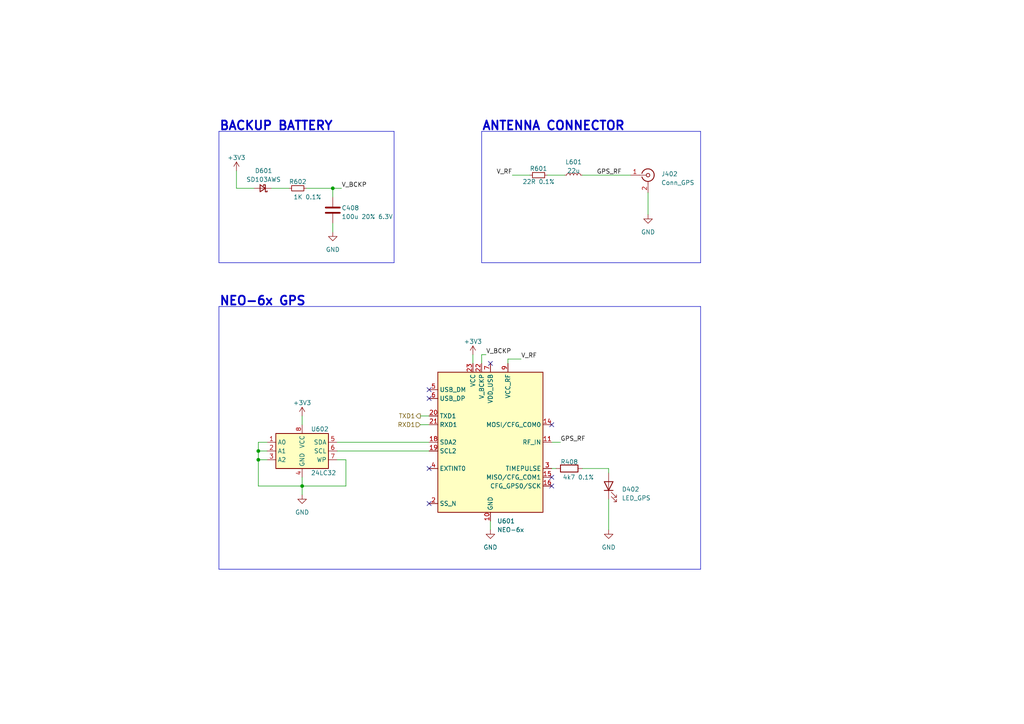
<source format=kicad_sch>
(kicad_sch (version 20230121) (generator eeschema)

  (uuid a0a32dae-83f8-4578-b117-781fe70ea6ce)

  (paper "A4")

  (title_block
    (title "GeoLock")
    (date "2023-06-28")
    (rev "1.1")
    (company "sudo-junkie")
  )

  (lib_symbols
    (symbol "Connector:Conn_Coaxial" (pin_names (offset 1.016) hide) (in_bom yes) (on_board yes)
      (property "Reference" "J" (at 0.254 3.048 0)
        (effects (font (size 1.27 1.27)))
      )
      (property "Value" "Conn_Coaxial" (at 2.921 0 90)
        (effects (font (size 1.27 1.27)))
      )
      (property "Footprint" "" (at 0 0 0)
        (effects (font (size 1.27 1.27)) hide)
      )
      (property "Datasheet" " ~" (at 0 0 0)
        (effects (font (size 1.27 1.27)) hide)
      )
      (property "ki_keywords" "BNC SMA SMB SMC LEMO coaxial connector CINCH RCA" (at 0 0 0)
        (effects (font (size 1.27 1.27)) hide)
      )
      (property "ki_description" "coaxial connector (BNC, SMA, SMB, SMC, Cinch/RCA, LEMO, ...)" (at 0 0 0)
        (effects (font (size 1.27 1.27)) hide)
      )
      (property "ki_fp_filters" "*BNC* *SMA* *SMB* *SMC* *Cinch* *LEMO*" (at 0 0 0)
        (effects (font (size 1.27 1.27)) hide)
      )
      (symbol "Conn_Coaxial_0_1"
        (arc (start -1.778 -0.508) (mid 0.2311 -1.8066) (end 1.778 0)
          (stroke (width 0.254) (type default))
          (fill (type none))
        )
        (polyline
          (pts
            (xy -2.54 0)
            (xy -0.508 0)
          )
          (stroke (width 0) (type default))
          (fill (type none))
        )
        (polyline
          (pts
            (xy 0 -2.54)
            (xy 0 -1.778)
          )
          (stroke (width 0) (type default))
          (fill (type none))
        )
        (circle (center 0 0) (radius 0.508)
          (stroke (width 0.2032) (type default))
          (fill (type none))
        )
        (arc (start 1.778 0) (mid 0.2099 1.8101) (end -1.778 0.508)
          (stroke (width 0.254) (type default))
          (fill (type none))
        )
      )
      (symbol "Conn_Coaxial_1_1"
        (pin passive line (at -5.08 0 0) (length 2.54)
          (name "In" (effects (font (size 1.27 1.27))))
          (number "1" (effects (font (size 1.27 1.27))))
        )
        (pin passive line (at 0 -5.08 90) (length 2.54)
          (name "Ext" (effects (font (size 1.27 1.27))))
          (number "2" (effects (font (size 1.27 1.27))))
        )
      )
    )
    (symbol "Device:C" (pin_numbers hide) (pin_names (offset 0.254)) (in_bom yes) (on_board yes)
      (property "Reference" "C" (at 0.635 2.54 0)
        (effects (font (size 1.27 1.27)) (justify left))
      )
      (property "Value" "C" (at 0.635 -2.54 0)
        (effects (font (size 1.27 1.27)) (justify left))
      )
      (property "Footprint" "" (at 0.9652 -3.81 0)
        (effects (font (size 1.27 1.27)) hide)
      )
      (property "Datasheet" "~" (at 0 0 0)
        (effects (font (size 1.27 1.27)) hide)
      )
      (property "ki_keywords" "cap capacitor" (at 0 0 0)
        (effects (font (size 1.27 1.27)) hide)
      )
      (property "ki_description" "Unpolarized capacitor" (at 0 0 0)
        (effects (font (size 1.27 1.27)) hide)
      )
      (property "ki_fp_filters" "C_*" (at 0 0 0)
        (effects (font (size 1.27 1.27)) hide)
      )
      (symbol "C_0_1"
        (polyline
          (pts
            (xy -2.032 -0.762)
            (xy 2.032 -0.762)
          )
          (stroke (width 0.508) (type default))
          (fill (type none))
        )
        (polyline
          (pts
            (xy -2.032 0.762)
            (xy 2.032 0.762)
          )
          (stroke (width 0.508) (type default))
          (fill (type none))
        )
      )
      (symbol "C_1_1"
        (pin passive line (at 0 3.81 270) (length 2.794)
          (name "~" (effects (font (size 1.27 1.27))))
          (number "1" (effects (font (size 1.27 1.27))))
        )
        (pin passive line (at 0 -3.81 90) (length 2.794)
          (name "~" (effects (font (size 1.27 1.27))))
          (number "2" (effects (font (size 1.27 1.27))))
        )
      )
    )
    (symbol "Device:D_Schottky_Small" (pin_numbers hide) (pin_names (offset 0.254) hide) (in_bom yes) (on_board yes)
      (property "Reference" "D" (at -1.27 2.032 0)
        (effects (font (size 1.27 1.27)) (justify left))
      )
      (property "Value" "D_Schottky_Small" (at -7.112 -2.032 0)
        (effects (font (size 1.27 1.27)) (justify left))
      )
      (property "Footprint" "" (at 0 0 90)
        (effects (font (size 1.27 1.27)) hide)
      )
      (property "Datasheet" "~" (at 0 0 90)
        (effects (font (size 1.27 1.27)) hide)
      )
      (property "ki_keywords" "diode Schottky" (at 0 0 0)
        (effects (font (size 1.27 1.27)) hide)
      )
      (property "ki_description" "Schottky diode, small symbol" (at 0 0 0)
        (effects (font (size 1.27 1.27)) hide)
      )
      (property "ki_fp_filters" "TO-???* *_Diode_* *SingleDiode* D_*" (at 0 0 0)
        (effects (font (size 1.27 1.27)) hide)
      )
      (symbol "D_Schottky_Small_0_1"
        (polyline
          (pts
            (xy -0.762 0)
            (xy 0.762 0)
          )
          (stroke (width 0) (type default))
          (fill (type none))
        )
        (polyline
          (pts
            (xy 0.762 -1.016)
            (xy -0.762 0)
            (xy 0.762 1.016)
            (xy 0.762 -1.016)
          )
          (stroke (width 0.254) (type default))
          (fill (type none))
        )
        (polyline
          (pts
            (xy -1.27 0.762)
            (xy -1.27 1.016)
            (xy -0.762 1.016)
            (xy -0.762 -1.016)
            (xy -0.254 -1.016)
            (xy -0.254 -0.762)
          )
          (stroke (width 0.254) (type default))
          (fill (type none))
        )
      )
      (symbol "D_Schottky_Small_1_1"
        (pin passive line (at -2.54 0 0) (length 1.778)
          (name "K" (effects (font (size 1.27 1.27))))
          (number "1" (effects (font (size 1.27 1.27))))
        )
        (pin passive line (at 2.54 0 180) (length 1.778)
          (name "A" (effects (font (size 1.27 1.27))))
          (number "2" (effects (font (size 1.27 1.27))))
        )
      )
    )
    (symbol "Device:LED" (pin_numbers hide) (pin_names (offset 1.016) hide) (in_bom yes) (on_board yes)
      (property "Reference" "D" (at 0 2.54 0)
        (effects (font (size 1.27 1.27)))
      )
      (property "Value" "LED" (at 0 -2.54 0)
        (effects (font (size 1.27 1.27)))
      )
      (property "Footprint" "" (at 0 0 0)
        (effects (font (size 1.27 1.27)) hide)
      )
      (property "Datasheet" "~" (at 0 0 0)
        (effects (font (size 1.27 1.27)) hide)
      )
      (property "ki_keywords" "LED diode" (at 0 0 0)
        (effects (font (size 1.27 1.27)) hide)
      )
      (property "ki_description" "Light emitting diode" (at 0 0 0)
        (effects (font (size 1.27 1.27)) hide)
      )
      (property "ki_fp_filters" "LED* LED_SMD:* LED_THT:*" (at 0 0 0)
        (effects (font (size 1.27 1.27)) hide)
      )
      (symbol "LED_0_1"
        (polyline
          (pts
            (xy -1.27 -1.27)
            (xy -1.27 1.27)
          )
          (stroke (width 0.254) (type default))
          (fill (type none))
        )
        (polyline
          (pts
            (xy -1.27 0)
            (xy 1.27 0)
          )
          (stroke (width 0) (type default))
          (fill (type none))
        )
        (polyline
          (pts
            (xy 1.27 -1.27)
            (xy 1.27 1.27)
            (xy -1.27 0)
            (xy 1.27 -1.27)
          )
          (stroke (width 0.254) (type default))
          (fill (type none))
        )
        (polyline
          (pts
            (xy -3.048 -0.762)
            (xy -4.572 -2.286)
            (xy -3.81 -2.286)
            (xy -4.572 -2.286)
            (xy -4.572 -1.524)
          )
          (stroke (width 0) (type default))
          (fill (type none))
        )
        (polyline
          (pts
            (xy -1.778 -0.762)
            (xy -3.302 -2.286)
            (xy -2.54 -2.286)
            (xy -3.302 -2.286)
            (xy -3.302 -1.524)
          )
          (stroke (width 0) (type default))
          (fill (type none))
        )
      )
      (symbol "LED_1_1"
        (pin passive line (at -3.81 0 0) (length 2.54)
          (name "K" (effects (font (size 1.27 1.27))))
          (number "1" (effects (font (size 1.27 1.27))))
        )
        (pin passive line (at 3.81 0 180) (length 2.54)
          (name "A" (effects (font (size 1.27 1.27))))
          (number "2" (effects (font (size 1.27 1.27))))
        )
      )
    )
    (symbol "Device:L_Small" (pin_numbers hide) (pin_names (offset 0.254) hide) (in_bom yes) (on_board yes)
      (property "Reference" "L" (at 0.762 1.016 0)
        (effects (font (size 1.27 1.27)) (justify left))
      )
      (property "Value" "L_Small" (at 0.762 -1.016 0)
        (effects (font (size 1.27 1.27)) (justify left))
      )
      (property "Footprint" "" (at 0 0 0)
        (effects (font (size 1.27 1.27)) hide)
      )
      (property "Datasheet" "~" (at 0 0 0)
        (effects (font (size 1.27 1.27)) hide)
      )
      (property "ki_keywords" "inductor choke coil reactor magnetic" (at 0 0 0)
        (effects (font (size 1.27 1.27)) hide)
      )
      (property "ki_description" "Inductor, small symbol" (at 0 0 0)
        (effects (font (size 1.27 1.27)) hide)
      )
      (property "ki_fp_filters" "Choke_* *Coil* Inductor_* L_*" (at 0 0 0)
        (effects (font (size 1.27 1.27)) hide)
      )
      (symbol "L_Small_0_1"
        (arc (start 0 -2.032) (mid 0.5058 -1.524) (end 0 -1.016)
          (stroke (width 0) (type default))
          (fill (type none))
        )
        (arc (start 0 -1.016) (mid 0.5058 -0.508) (end 0 0)
          (stroke (width 0) (type default))
          (fill (type none))
        )
        (arc (start 0 0) (mid 0.5058 0.508) (end 0 1.016)
          (stroke (width 0) (type default))
          (fill (type none))
        )
        (arc (start 0 1.016) (mid 0.5058 1.524) (end 0 2.032)
          (stroke (width 0) (type default))
          (fill (type none))
        )
      )
      (symbol "L_Small_1_1"
        (pin passive line (at 0 2.54 270) (length 0.508)
          (name "~" (effects (font (size 1.27 1.27))))
          (number "1" (effects (font (size 1.27 1.27))))
        )
        (pin passive line (at 0 -2.54 90) (length 0.508)
          (name "~" (effects (font (size 1.27 1.27))))
          (number "2" (effects (font (size 1.27 1.27))))
        )
      )
    )
    (symbol "Device:R" (pin_numbers hide) (pin_names (offset 0)) (in_bom yes) (on_board yes)
      (property "Reference" "R" (at 2.032 0 90)
        (effects (font (size 1.27 1.27)))
      )
      (property "Value" "R" (at 0 0 90)
        (effects (font (size 1.27 1.27)))
      )
      (property "Footprint" "" (at -1.778 0 90)
        (effects (font (size 1.27 1.27)) hide)
      )
      (property "Datasheet" "~" (at 0 0 0)
        (effects (font (size 1.27 1.27)) hide)
      )
      (property "ki_keywords" "R res resistor" (at 0 0 0)
        (effects (font (size 1.27 1.27)) hide)
      )
      (property "ki_description" "Resistor" (at 0 0 0)
        (effects (font (size 1.27 1.27)) hide)
      )
      (property "ki_fp_filters" "R_*" (at 0 0 0)
        (effects (font (size 1.27 1.27)) hide)
      )
      (symbol "R_0_1"
        (rectangle (start -1.016 -2.54) (end 1.016 2.54)
          (stroke (width 0.254) (type default))
          (fill (type none))
        )
      )
      (symbol "R_1_1"
        (pin passive line (at 0 3.81 270) (length 1.27)
          (name "~" (effects (font (size 1.27 1.27))))
          (number "1" (effects (font (size 1.27 1.27))))
        )
        (pin passive line (at 0 -3.81 90) (length 1.27)
          (name "~" (effects (font (size 1.27 1.27))))
          (number "2" (effects (font (size 1.27 1.27))))
        )
      )
    )
    (symbol "Device:R_Small" (pin_numbers hide) (pin_names (offset 0.254) hide) (in_bom yes) (on_board yes)
      (property "Reference" "R" (at 0.762 0.508 0)
        (effects (font (size 1.27 1.27)) (justify left))
      )
      (property "Value" "R_Small" (at 0.762 -1.016 0)
        (effects (font (size 1.27 1.27)) (justify left))
      )
      (property "Footprint" "" (at 0 0 0)
        (effects (font (size 1.27 1.27)) hide)
      )
      (property "Datasheet" "~" (at 0 0 0)
        (effects (font (size 1.27 1.27)) hide)
      )
      (property "ki_keywords" "R resistor" (at 0 0 0)
        (effects (font (size 1.27 1.27)) hide)
      )
      (property "ki_description" "Resistor, small symbol" (at 0 0 0)
        (effects (font (size 1.27 1.27)) hide)
      )
      (property "ki_fp_filters" "R_*" (at 0 0 0)
        (effects (font (size 1.27 1.27)) hide)
      )
      (symbol "R_Small_0_1"
        (rectangle (start -0.762 1.778) (end 0.762 -1.778)
          (stroke (width 0.2032) (type default))
          (fill (type none))
        )
      )
      (symbol "R_Small_1_1"
        (pin passive line (at 0 2.54 270) (length 0.762)
          (name "~" (effects (font (size 1.27 1.27))))
          (number "1" (effects (font (size 1.27 1.27))))
        )
        (pin passive line (at 0 -2.54 90) (length 0.762)
          (name "~" (effects (font (size 1.27 1.27))))
          (number "2" (effects (font (size 1.27 1.27))))
        )
      )
    )
    (symbol "Memory_EEPROM:24LC32" (in_bom yes) (on_board yes)
      (property "Reference" "U" (at -6.35 6.35 0)
        (effects (font (size 1.27 1.27)))
      )
      (property "Value" "24LC32" (at 1.27 6.35 0)
        (effects (font (size 1.27 1.27)) (justify left))
      )
      (property "Footprint" "" (at 0 0 0)
        (effects (font (size 1.27 1.27)) hide)
      )
      (property "Datasheet" "http://ww1.microchip.com/downloads/en/DeviceDoc/21072G.pdf" (at 0 0 0)
        (effects (font (size 1.27 1.27)) hide)
      )
      (property "ki_keywords" "I2C Serial EEPROM" (at 0 0 0)
        (effects (font (size 1.27 1.27)) hide)
      )
      (property "ki_description" "I2C Serial EEPROM, 32Kb, DIP-8/SOIC-8/TSSOP-8/DFN-8" (at 0 0 0)
        (effects (font (size 1.27 1.27)) hide)
      )
      (property "ki_fp_filters" "DIP*W7.62mm* SOIC*3.9x4.9mm* TSSOP*4.4x3mm*P0.65mm* DFN*3x2mm*P0.5mm*" (at 0 0 0)
        (effects (font (size 1.27 1.27)) hide)
      )
      (symbol "24LC32_1_1"
        (rectangle (start -7.62 5.08) (end 7.62 -5.08)
          (stroke (width 0.254) (type default))
          (fill (type background))
        )
        (pin input line (at -10.16 2.54 0) (length 2.54)
          (name "A0" (effects (font (size 1.27 1.27))))
          (number "1" (effects (font (size 1.27 1.27))))
        )
        (pin input line (at -10.16 0 0) (length 2.54)
          (name "A1" (effects (font (size 1.27 1.27))))
          (number "2" (effects (font (size 1.27 1.27))))
        )
        (pin input line (at -10.16 -2.54 0) (length 2.54)
          (name "A2" (effects (font (size 1.27 1.27))))
          (number "3" (effects (font (size 1.27 1.27))))
        )
        (pin power_in line (at 0 -7.62 90) (length 2.54)
          (name "GND" (effects (font (size 1.27 1.27))))
          (number "4" (effects (font (size 1.27 1.27))))
        )
        (pin bidirectional line (at 10.16 2.54 180) (length 2.54)
          (name "SDA" (effects (font (size 1.27 1.27))))
          (number "5" (effects (font (size 1.27 1.27))))
        )
        (pin input line (at 10.16 0 180) (length 2.54)
          (name "SCL" (effects (font (size 1.27 1.27))))
          (number "6" (effects (font (size 1.27 1.27))))
        )
        (pin input line (at 10.16 -2.54 180) (length 2.54)
          (name "WP" (effects (font (size 1.27 1.27))))
          (number "7" (effects (font (size 1.27 1.27))))
        )
        (pin power_in line (at 0 7.62 270) (length 2.54)
          (name "VCC" (effects (font (size 1.27 1.27))))
          (number "8" (effects (font (size 1.27 1.27))))
        )
      )
    )
    (symbol "My_RF_GPS:NEO-6x" (in_bom yes) (on_board yes)
      (property "Reference" "U" (at 8.89 21.59 0)
        (effects (font (size 1.27 1.27)))
      )
      (property "Value" "NEO-6x" (at 0 0 0)
        (effects (font (size 1.27 1.27)))
      )
      (property "Footprint" "RF_GPS:ublox_NEO" (at 0 0 0)
        (effects (font (size 1.27 1.27)) hide)
      )
      (property "Datasheet" "" (at 0 0 0)
        (effects (font (size 1.27 1.27)) hide)
      )
      (symbol "NEO-6x_0_1"
        (rectangle (start -15.24 20.32) (end 15.24 -20.32)
          (stroke (width 0.254) (type default))
          (fill (type background))
        )
      )
      (symbol "NEO-6x_1_1"
        (pin no_connect line (at -15.24 -12.7 0) (length 2.54) hide
          (name "Reserved" (effects (font (size 1.27 1.27))))
          (number "1" (effects (font (size 1.27 1.27))))
        )
        (pin passive line (at 0 -22.86 90) (length 2.54)
          (name "GND" (effects (font (size 1.27 1.27))))
          (number "10" (effects (font (size 1.27 1.27))))
        )
        (pin input line (at 17.78 0 180) (length 2.54)
          (name "RF_IN" (effects (font (size 1.27 1.27))))
          (number "11" (effects (font (size 1.27 1.27))))
        )
        (pin passive line (at 0 -22.86 90) (length 2.54) hide
          (name "GND" (effects (font (size 1.27 1.27))))
          (number "12" (effects (font (size 1.27 1.27))))
        )
        (pin passive line (at 0 -22.86 90) (length 2.54) hide
          (name "GND" (effects (font (size 1.27 1.27))))
          (number "13" (effects (font (size 1.27 1.27))))
        )
        (pin bidirectional line (at 17.78 5.08 180) (length 2.54)
          (name "MOSI/CFG_COM0" (effects (font (size 1.27 1.27))))
          (number "14" (effects (font (size 1.27 1.27))))
        )
        (pin input line (at 17.78 -10.16 180) (length 2.54)
          (name "MISO/CFG_COM1" (effects (font (size 1.27 1.27))))
          (number "15" (effects (font (size 1.27 1.27))))
        )
        (pin input line (at 17.78 -12.7 180) (length 2.54)
          (name "CFG_GPS0/SCK" (effects (font (size 1.27 1.27))))
          (number "16" (effects (font (size 1.27 1.27))))
        )
        (pin no_connect line (at 15.24 -17.78 180) (length 2.54) hide
          (name "Reserved" (effects (font (size 1.27 1.27))))
          (number "17" (effects (font (size 1.27 1.27))))
        )
        (pin bidirectional line (at -17.78 0 0) (length 2.54)
          (name "SDA2" (effects (font (size 1.27 1.27))))
          (number "18" (effects (font (size 1.27 1.27))))
        )
        (pin bidirectional line (at -17.78 -2.54 0) (length 2.54)
          (name "SCL2" (effects (font (size 1.27 1.27))))
          (number "19" (effects (font (size 1.27 1.27))))
        )
        (pin input line (at -17.78 -17.78 0) (length 2.54)
          (name "SS_N" (effects (font (size 1.27 1.27))))
          (number "2" (effects (font (size 1.27 1.27))))
        )
        (pin output line (at -17.78 7.62 0) (length 2.54)
          (name "TXD1" (effects (font (size 1.27 1.27))))
          (number "20" (effects (font (size 1.27 1.27))))
        )
        (pin input line (at -17.78 5.08 0) (length 2.54)
          (name "RXD1" (effects (font (size 1.27 1.27))))
          (number "21" (effects (font (size 1.27 1.27))))
        )
        (pin passive line (at -2.54 22.86 270) (length 2.54)
          (name "V_BCKP" (effects (font (size 1.27 1.27))))
          (number "22" (effects (font (size 1.27 1.27))))
        )
        (pin passive line (at -5.08 22.86 270) (length 2.54)
          (name "VCC" (effects (font (size 1.27 1.27))))
          (number "23" (effects (font (size 1.27 1.27))))
        )
        (pin passive line (at 0 -22.86 90) (length 2.54) hide
          (name "GND" (effects (font (size 1.27 1.27))))
          (number "24" (effects (font (size 1.27 1.27))))
        )
        (pin output line (at 17.78 -7.62 180) (length 2.54)
          (name "TIMEPULSE" (effects (font (size 1.27 1.27))))
          (number "3" (effects (font (size 1.27 1.27))))
        )
        (pin input line (at -17.78 -7.62 0) (length 2.54)
          (name "EXTINT0" (effects (font (size 1.27 1.27))))
          (number "4" (effects (font (size 1.27 1.27))))
        )
        (pin bidirectional line (at -17.78 15.24 0) (length 2.54)
          (name "USB_DM" (effects (font (size 1.27 1.27))))
          (number "5" (effects (font (size 1.27 1.27))))
        )
        (pin bidirectional line (at -17.78 12.7 0) (length 2.54)
          (name "USB_DP" (effects (font (size 1.27 1.27))))
          (number "6" (effects (font (size 1.27 1.27))))
        )
        (pin passive line (at 0 22.86 270) (length 2.54)
          (name "VDD_USB" (effects (font (size 1.27 1.27))))
          (number "7" (effects (font (size 1.27 1.27))))
        )
        (pin passive line (at 5.08 22.86 270) (length 2.54) hide
          (name "VCC_RF" (effects (font (size 1.27 1.27))))
          (number "8" (effects (font (size 1.27 1.27))))
        )
        (pin passive line (at 5.08 22.86 270) (length 2.54)
          (name "VCC_RF" (effects (font (size 1.27 1.27))))
          (number "9" (effects (font (size 1.27 1.27))))
        )
      )
    )
    (symbol "power:+3V3" (power) (pin_names (offset 0)) (in_bom yes) (on_board yes)
      (property "Reference" "#PWR" (at 0 -3.81 0)
        (effects (font (size 1.27 1.27)) hide)
      )
      (property "Value" "+3V3" (at 0 3.556 0)
        (effects (font (size 1.27 1.27)))
      )
      (property "Footprint" "" (at 0 0 0)
        (effects (font (size 1.27 1.27)) hide)
      )
      (property "Datasheet" "" (at 0 0 0)
        (effects (font (size 1.27 1.27)) hide)
      )
      (property "ki_keywords" "global power" (at 0 0 0)
        (effects (font (size 1.27 1.27)) hide)
      )
      (property "ki_description" "Power symbol creates a global label with name \"+3V3\"" (at 0 0 0)
        (effects (font (size 1.27 1.27)) hide)
      )
      (symbol "+3V3_0_1"
        (polyline
          (pts
            (xy -0.762 1.27)
            (xy 0 2.54)
          )
          (stroke (width 0) (type default))
          (fill (type none))
        )
        (polyline
          (pts
            (xy 0 0)
            (xy 0 2.54)
          )
          (stroke (width 0) (type default))
          (fill (type none))
        )
        (polyline
          (pts
            (xy 0 2.54)
            (xy 0.762 1.27)
          )
          (stroke (width 0) (type default))
          (fill (type none))
        )
      )
      (symbol "+3V3_1_1"
        (pin power_in line (at 0 0 90) (length 0) hide
          (name "+3V3" (effects (font (size 1.27 1.27))))
          (number "1" (effects (font (size 1.27 1.27))))
        )
      )
    )
    (symbol "power:GND" (power) (pin_names (offset 0)) (in_bom yes) (on_board yes)
      (property "Reference" "#PWR" (at 0 -6.35 0)
        (effects (font (size 1.27 1.27)) hide)
      )
      (property "Value" "GND" (at 0 -3.81 0)
        (effects (font (size 1.27 1.27)))
      )
      (property "Footprint" "" (at 0 0 0)
        (effects (font (size 1.27 1.27)) hide)
      )
      (property "Datasheet" "" (at 0 0 0)
        (effects (font (size 1.27 1.27)) hide)
      )
      (property "ki_keywords" "global power" (at 0 0 0)
        (effects (font (size 1.27 1.27)) hide)
      )
      (property "ki_description" "Power symbol creates a global label with name \"GND\" , ground" (at 0 0 0)
        (effects (font (size 1.27 1.27)) hide)
      )
      (symbol "GND_0_1"
        (polyline
          (pts
            (xy 0 0)
            (xy 0 -1.27)
            (xy 1.27 -1.27)
            (xy 0 -2.54)
            (xy -1.27 -1.27)
            (xy 0 -1.27)
          )
          (stroke (width 0) (type default))
          (fill (type none))
        )
      )
      (symbol "GND_1_1"
        (pin power_in line (at 0 0 270) (length 0) hide
          (name "GND" (effects (font (size 1.27 1.27))))
          (number "1" (effects (font (size 1.27 1.27))))
        )
      )
    )
  )

  (junction (at 74.93 133.35) (diameter 0) (color 0 0 0 0)
    (uuid 9fc2927b-e581-413c-908b-411846eefb7e)
  )
  (junction (at 87.63 140.97) (diameter 0) (color 0 0 0 0)
    (uuid a00b2ab0-d46a-4f40-9b77-78b5578db829)
  )
  (junction (at 96.52 54.61) (diameter 0) (color 0 0 0 0)
    (uuid da86cd45-8c96-4cf6-bea2-2d38f3604cea)
  )
  (junction (at 74.93 130.81) (diameter 0) (color 0 0 0 0)
    (uuid dc9723a9-71b3-4e39-b094-27ae40c3d3ff)
  )

  (no_connect (at 142.24 105.41) (uuid 0eb7b533-99d0-46a5-b7b1-b95f4f8a2b54))
  (no_connect (at 160.02 123.19) (uuid 2db2dded-fa8a-4d82-b1e2-844ce7aee771))
  (no_connect (at 124.46 115.57) (uuid 3d08c60d-7b5d-437c-9f56-77f3d8e922e6))
  (no_connect (at 160.02 138.43) (uuid 55bf24dd-99fe-4263-8d63-82f23a080a8e))
  (no_connect (at 124.46 135.89) (uuid 5893bd56-32bc-43db-9726-71eba788f1f0))
  (no_connect (at 124.46 146.05) (uuid 5a493df5-9675-424d-8622-723407b97f20))
  (no_connect (at 160.02 140.97) (uuid 97622274-05fe-4a17-98cb-6330282143ae))
  (no_connect (at 124.46 113.03) (uuid aef93df7-d8a3-4ea8-804f-6e43aa9340f1))

  (wire (pts (xy 96.52 54.61) (xy 96.52 57.15))
    (stroke (width 0) (type default))
    (uuid 09426322-8fae-42d4-9c2b-22e462858a4a)
  )
  (polyline (pts (xy 203.2 76.2) (xy 139.7 76.2))
    (stroke (width 0) (type default))
    (uuid 0dc113c9-3517-49a6-8ba8-7d5e1cecce3d)
  )
  (polyline (pts (xy 63.5 76.2) (xy 63.5 38.1))
    (stroke (width 0) (type default))
    (uuid 0f4780f1-0713-4c07-a43f-de5186ef9845)
  )

  (wire (pts (xy 74.93 133.35) (xy 74.93 140.97))
    (stroke (width 0) (type default))
    (uuid 0fa1fb9d-de98-480e-96ad-1fbd1a233f9c)
  )
  (wire (pts (xy 73.66 54.61) (xy 68.58 54.61))
    (stroke (width 0) (type default))
    (uuid 20ac7f3c-57d7-4a3b-917d-30b7f4cb3254)
  )
  (wire (pts (xy 74.93 140.97) (xy 87.63 140.97))
    (stroke (width 0) (type default))
    (uuid 2383ba7f-d1f4-40df-8e2f-b454c02ef918)
  )
  (wire (pts (xy 187.96 55.88) (xy 187.96 62.23))
    (stroke (width 0) (type default))
    (uuid 2899bd26-8422-4e64-9ff5-0ed87d27176f)
  )
  (polyline (pts (xy 139.7 38.1) (xy 203.2 38.1))
    (stroke (width 0) (type default))
    (uuid 28dbac3d-7eed-4519-a33a-138c18145036)
  )

  (wire (pts (xy 74.93 130.81) (xy 77.47 130.81))
    (stroke (width 0) (type default))
    (uuid 2aceb5f0-5192-4284-977d-cebc19d3d603)
  )
  (wire (pts (xy 96.52 67.31) (xy 96.52 64.77))
    (stroke (width 0) (type default))
    (uuid 36fb8b5d-8c42-4bd8-a865-2663de886849)
  )
  (polyline (pts (xy 203.2 38.1) (xy 203.2 76.2))
    (stroke (width 0) (type default))
    (uuid 3988c9dc-7590-4d89-b056-3e9e935f5787)
  )
  (polyline (pts (xy 63.5 165.1) (xy 63.5 88.9))
    (stroke (width 0) (type default))
    (uuid 4cc98007-0bb5-4e4a-98f0-08851e4b54ba)
  )
  (polyline (pts (xy 139.7 76.2) (xy 139.7 38.1))
    (stroke (width 0) (type default))
    (uuid 50ed00c4-4a39-4dd4-922e-f86e7569fa33)
  )

  (wire (pts (xy 140.97 102.87) (xy 139.7 102.87))
    (stroke (width 0) (type default))
    (uuid 5254fdf2-14b2-402e-b17b-197e3a6ee3ef)
  )
  (wire (pts (xy 74.93 128.27) (xy 74.93 130.81))
    (stroke (width 0) (type default))
    (uuid 54c0b9ec-317d-4301-8f9e-b92c648941d9)
  )
  (wire (pts (xy 121.92 123.19) (xy 124.46 123.19))
    (stroke (width 0) (type default))
    (uuid 55741b0b-4cac-4e4f-a96c-cc02265dd3d4)
  )
  (wire (pts (xy 97.79 130.81) (xy 124.46 130.81))
    (stroke (width 0) (type default))
    (uuid 57f777e0-cfb7-4a7a-aee6-27b8f9616460)
  )
  (wire (pts (xy 160.02 128.27) (xy 162.56 128.27))
    (stroke (width 0) (type default))
    (uuid 5a619e81-7ddf-4bba-8fae-f1a231a85cc1)
  )
  (wire (pts (xy 99.06 54.61) (xy 96.52 54.61))
    (stroke (width 0) (type default))
    (uuid 5ab70617-1f72-408a-bf6b-f7b22601142a)
  )
  (wire (pts (xy 121.92 120.65) (xy 124.46 120.65))
    (stroke (width 0) (type default))
    (uuid 66296597-64e0-460d-b878-d41cedd81ed8)
  )
  (wire (pts (xy 168.91 50.8) (xy 182.88 50.8))
    (stroke (width 0) (type default))
    (uuid 6bd82391-9271-4cbb-9473-258de5928744)
  )
  (wire (pts (xy 160.02 135.89) (xy 161.29 135.89))
    (stroke (width 0) (type default))
    (uuid 6c917d9d-4cf5-46b0-b1ad-dea4a46d9239)
  )
  (wire (pts (xy 137.16 102.87) (xy 137.16 105.41))
    (stroke (width 0) (type default))
    (uuid 7144520a-9412-4e94-897a-a1988b0eb3c1)
  )
  (wire (pts (xy 87.63 140.97) (xy 87.63 138.43))
    (stroke (width 0) (type default))
    (uuid 72285dd7-6b33-4fdd-afe2-063c1e6e51dc)
  )
  (wire (pts (xy 68.58 49.53) (xy 68.58 54.61))
    (stroke (width 0) (type default))
    (uuid 7387c75c-833b-4a3f-9103-ad04ed9c5854)
  )
  (wire (pts (xy 168.91 135.89) (xy 176.53 135.89))
    (stroke (width 0) (type default))
    (uuid 7832045b-df28-4f42-8844-8bb22ac9e8a1)
  )
  (wire (pts (xy 100.33 133.35) (xy 100.33 140.97))
    (stroke (width 0) (type default))
    (uuid 79284ee1-fe67-4f71-bee3-d262800470f5)
  )
  (wire (pts (xy 100.33 140.97) (xy 87.63 140.97))
    (stroke (width 0) (type default))
    (uuid 7be60f15-fd0f-4196-af9b-74d1c67e4ba1)
  )
  (wire (pts (xy 176.53 137.16) (xy 176.53 135.89))
    (stroke (width 0) (type default))
    (uuid 8112940f-33e1-4fa0-9f17-5be8c388ce2e)
  )
  (wire (pts (xy 176.53 144.78) (xy 176.53 153.67))
    (stroke (width 0) (type default))
    (uuid 83b54c54-9abc-471f-8485-323e500013a9)
  )
  (polyline (pts (xy 63.5 88.9) (xy 203.2 88.9))
    (stroke (width 0) (type default))
    (uuid 880b5581-383f-49e3-b354-dc668099f043)
  )
  (polyline (pts (xy 63.5 38.1) (xy 114.3 38.1))
    (stroke (width 0) (type default))
    (uuid 88c06ebb-0c1b-4069-bf20-a79e7295d573)
  )
  (polyline (pts (xy 114.3 76.2) (xy 63.5 76.2))
    (stroke (width 0) (type default))
    (uuid 8a2136f3-478f-4731-ae37-9a99fe5cf538)
  )

  (wire (pts (xy 97.79 128.27) (xy 124.46 128.27))
    (stroke (width 0) (type default))
    (uuid 9b663a6c-de80-4374-8589-c6bf368292d9)
  )
  (wire (pts (xy 139.7 102.87) (xy 139.7 105.41))
    (stroke (width 0) (type default))
    (uuid 9d2f79ff-2fa9-45e5-8be8-de2949236e20)
  )
  (wire (pts (xy 147.32 104.14) (xy 151.13 104.14))
    (stroke (width 0) (type default))
    (uuid a093853b-27db-43f2-94a9-41c6b1c305f2)
  )
  (polyline (pts (xy 203.2 165.1) (xy 63.5 165.1))
    (stroke (width 0) (type default))
    (uuid a8878fc3-6588-43ca-ad02-5dd83b5e61f9)
  )

  (wire (pts (xy 87.63 140.97) (xy 87.63 143.51))
    (stroke (width 0) (type default))
    (uuid a9f95a7c-b1c8-4b15-a4e7-08d684a5371b)
  )
  (wire (pts (xy 78.74 54.61) (xy 83.82 54.61))
    (stroke (width 0) (type default))
    (uuid ad14b8f0-768f-4be6-9f80-313b7d619e69)
  )
  (wire (pts (xy 87.63 120.65) (xy 87.63 123.19))
    (stroke (width 0) (type default))
    (uuid b048813d-d715-4634-a276-999054bd82c5)
  )
  (wire (pts (xy 88.9 54.61) (xy 96.52 54.61))
    (stroke (width 0) (type default))
    (uuid b1b701c7-b61f-4e65-81bf-2826bb4708f8)
  )
  (wire (pts (xy 158.75 50.8) (xy 163.83 50.8))
    (stroke (width 0) (type default))
    (uuid b4889dc5-467a-4ece-8025-99690d6d7c7a)
  )
  (wire (pts (xy 77.47 128.27) (xy 74.93 128.27))
    (stroke (width 0) (type default))
    (uuid b8ac6e99-d18e-4606-916e-15721e83810d)
  )
  (wire (pts (xy 100.33 133.35) (xy 97.79 133.35))
    (stroke (width 0) (type default))
    (uuid c0a3888e-5c53-4b1f-8bbf-0dc3da1c3d52)
  )
  (polyline (pts (xy 114.3 38.1) (xy 114.3 76.2))
    (stroke (width 0) (type default))
    (uuid c2f5745f-ef85-4141-bb58-3dd3cd7c4b26)
  )

  (wire (pts (xy 147.32 104.14) (xy 147.32 105.41))
    (stroke (width 0) (type default))
    (uuid c5eb1b59-96ae-49c5-b80d-af028ed13d9c)
  )
  (wire (pts (xy 142.24 151.13) (xy 142.24 153.67))
    (stroke (width 0) (type default))
    (uuid ca3e4c85-b017-4bec-a173-ad9b1361a520)
  )
  (wire (pts (xy 74.93 130.81) (xy 74.93 133.35))
    (stroke (width 0) (type default))
    (uuid cf318693-19fa-4687-af4c-a5268a81d5bc)
  )
  (wire (pts (xy 148.59 50.8) (xy 153.67 50.8))
    (stroke (width 0) (type default))
    (uuid e2957de8-6b0f-4ab9-b1be-c20797a50083)
  )
  (polyline (pts (xy 203.2 88.9) (xy 203.2 165.1))
    (stroke (width 0) (type default))
    (uuid e5ffe231-6bec-44e7-bc54-9ce3a3c40001)
  )

  (wire (pts (xy 74.93 133.35) (xy 77.47 133.35))
    (stroke (width 0) (type default))
    (uuid ea84d964-4cc0-46af-b1ff-89d1362d9920)
  )

  (text "NEO-6x GPS" (at 63.5 88.9 0)
    (effects (font (size 2.54 2.54) (thickness 0.508) bold) (justify left bottom))
    (uuid 15a776c4-7aaf-4471-a960-4cb873d435a2)
  )
  (text "ANTENNA CONNECTOR" (at 139.7 38.1 0)
    (effects (font (size 2.54 2.54) (thickness 0.508) bold) (justify left bottom))
    (uuid 6a4a1a01-902f-498d-a71f-660317716b61)
  )
  (text "BACKUP BATTERY" (at 63.5 38.1 0)
    (effects (font (size 2.54 2.54) (thickness 0.508) bold) (justify left bottom))
    (uuid cb79f491-9007-43a2-9ee9-b69ac840f61e)
  )

  (label "GPS_RF" (at 180.34 50.8 180) (fields_autoplaced)
    (effects (font (size 1.27 1.27)) (justify right bottom))
    (uuid a2c3275c-b551-4af0-ad63-92d912253e12)
  )
  (label "V_RF" (at 148.59 50.8 180) (fields_autoplaced)
    (effects (font (size 1.27 1.27)) (justify right bottom))
    (uuid b030802e-eda4-4ae2-99e5-0451d4a7dbc1)
  )
  (label "V_BCKP" (at 140.97 102.87 0) (fields_autoplaced)
    (effects (font (size 1.27 1.27)) (justify left bottom))
    (uuid be65334b-4901-45d8-9a7e-bb44a12736e7)
  )
  (label "V_BCKP" (at 99.06 54.61 0) (fields_autoplaced)
    (effects (font (size 1.27 1.27)) (justify left bottom))
    (uuid c0bd3ef2-1448-46c7-b65f-150b4f8ed56a)
  )
  (label "GPS_RF" (at 162.56 128.27 0) (fields_autoplaced)
    (effects (font (size 1.27 1.27)) (justify left bottom))
    (uuid d2df6a9a-e540-4290-b7b3-624d5449a69c)
  )
  (label "V_RF" (at 151.13 104.14 0) (fields_autoplaced)
    (effects (font (size 1.27 1.27)) (justify left bottom))
    (uuid f7bee55f-13a3-4fbf-b936-c7cfe926425f)
  )

  (hierarchical_label "TXD1" (shape output) (at 121.92 120.65 180) (fields_autoplaced)
    (effects (font (size 1.27 1.27)) (justify right))
    (uuid 83935ed2-9bcc-4ade-a3e1-3647a7001c06)
  )
  (hierarchical_label "RXD1" (shape input) (at 121.92 123.19 180) (fields_autoplaced)
    (effects (font (size 1.27 1.27)) (justify right))
    (uuid d0674de5-0f05-407c-8011-6f7d993c3c95)
  )

  (symbol (lib_id "Device:R_Small") (at 86.36 54.61 90) (unit 1)
    (in_bom yes) (on_board yes) (dnp no)
    (uuid 00de58a6-da6b-477d-82c0-acbf6a37e415)
    (property "Reference" "R602" (at 83.82 52.705 90)
      (effects (font (size 1.27 1.27)) (justify right))
    )
    (property "Value" "1K 0.1%" (at 85.09 57.15 90)
      (effects (font (size 1.27 1.27)) (justify right))
    )
    (property "Footprint" "Resistor_SMD:R_0402_1005Metric" (at 86.36 54.61 0)
      (effects (font (size 1.27 1.27)) hide)
    )
    (property "Datasheet" "~" (at 86.36 54.61 0)
      (effects (font (size 1.27 1.27)) hide)
    )
    (property "LCSC PART#" "C2984405" (at 86.36 54.61 0)
      (effects (font (size 1.27 1.27)) hide)
    )
    (property "VENDOR" "LCSC" (at 86.36 54.61 0)
      (effects (font (size 1.27 1.27)) hide)
    )
    (property "MANUFACTURER" "Viking Tech" (at 86.36 54.61 0)
      (effects (font (size 1.27 1.27)) hide)
    )
    (property "MPN" "ARG02BTC1001" (at 86.36 54.61 0)
      (effects (font (size 1.27 1.27)) hide)
    )
    (property "UNIT PRICE" "0.019" (at 86.36 54.61 0)
      (effects (font (size 1.27 1.27)) hide)
    )
    (pin "1" (uuid 04b3b84f-f685-48ed-85f8-b33e4c4b2734))
    (pin "2" (uuid 87683ef0-fcec-4960-b1dc-93916fe1997f))
    (instances
      (project "GeoLock"
        (path "/80d4c9d2-1c04-4831-bf83-6e9f81c3a88b/e6b0d693-cbb3-4bbd-8153-127e82acb6b8"
          (reference "R602") (unit 1)
        )
      )
    )
  )

  (symbol (lib_id "power:GND") (at 187.96 62.23 0) (unit 1)
    (in_bom yes) (on_board yes) (dnp no) (fields_autoplaced)
    (uuid 0e470dcf-1ff2-4880-97d6-15d5d1225e79)
    (property "Reference" "#PWR0419" (at 187.96 68.58 0)
      (effects (font (size 1.27 1.27)) hide)
    )
    (property "Value" "GND" (at 187.96 67.31 0)
      (effects (font (size 1.27 1.27)))
    )
    (property "Footprint" "" (at 187.96 62.23 0)
      (effects (font (size 1.27 1.27)) hide)
    )
    (property "Datasheet" "" (at 187.96 62.23 0)
      (effects (font (size 1.27 1.27)) hide)
    )
    (pin "1" (uuid 963875dd-cb44-4c7b-8af8-1e6655289e46))
    (instances
      (project "GeoLock"
        (path "/80d4c9d2-1c04-4831-bf83-6e9f81c3a88b/aa973827-8543-4acd-966e-b2c037c6c02d"
          (reference "#PWR0419") (unit 1)
        )
        (path "/80d4c9d2-1c04-4831-bf83-6e9f81c3a88b/e6b0d693-cbb3-4bbd-8153-127e82acb6b8"
          (reference "#PWR0602") (unit 1)
        )
      )
    )
  )

  (symbol (lib_id "Device:LED") (at 176.53 140.97 90) (unit 1)
    (in_bom yes) (on_board yes) (dnp no)
    (uuid 401c85b3-a4aa-44aa-af7a-62d0c8cafea5)
    (property "Reference" "D402" (at 180.34 141.9225 90)
      (effects (font (size 1.27 1.27)) (justify right))
    )
    (property "Value" "LED_GPS" (at 180.34 144.4625 90)
      (effects (font (size 1.27 1.27)) (justify right))
    )
    (property "Footprint" "LED_SMD:LED_0402_1005Metric" (at 176.53 140.97 0)
      (effects (font (size 1.27 1.27)) hide)
    )
    (property "Datasheet" "~" (at 176.53 140.97 0)
      (effects (font (size 1.27 1.27)) hide)
    )
    (property "MANUFACTURER" "XINGLIGHT" (at 176.53 140.97 0)
      (effects (font (size 1.27 1.27)) hide)
    )
    (property "MPN" "XL-1005UBC" (at 176.53 140.97 0)
      (effects (font (size 1.27 1.27)) hide)
    )
    (property "UNIT PRICE" "0.0066" (at 176.53 140.97 0)
      (effects (font (size 1.27 1.27)) hide)
    )
    (property "VENDOR" "LCSC" (at 176.53 140.97 0)
      (effects (font (size 1.27 1.27)) hide)
    )
    (property "LCSC PART#" "C965795" (at 176.53 140.97 0)
      (effects (font (size 1.27 1.27)) hide)
    )
    (pin "1" (uuid a43ba40b-b4a1-438a-8835-62559ee8a92e))
    (pin "2" (uuid 819ee34c-6703-4a2c-9606-dd3b2d61c1f2))
    (instances
      (project "GeoLock"
        (path "/80d4c9d2-1c04-4831-bf83-6e9f81c3a88b/aa973827-8543-4acd-966e-b2c037c6c02d"
          (reference "D402") (unit 1)
        )
        (path "/80d4c9d2-1c04-4831-bf83-6e9f81c3a88b/e6b0d693-cbb3-4bbd-8153-127e82acb6b8"
          (reference "D602") (unit 1)
        )
      )
    )
  )

  (symbol (lib_id "power:GND") (at 96.52 67.31 0) (unit 1)
    (in_bom yes) (on_board yes) (dnp no) (fields_autoplaced)
    (uuid 472f5b67-bfa5-4c39-aae2-2ba9dab50275)
    (property "Reference" "#PWR0603" (at 96.52 73.66 0)
      (effects (font (size 1.27 1.27)) hide)
    )
    (property "Value" "GND" (at 96.52 72.39 0)
      (effects (font (size 1.27 1.27)))
    )
    (property "Footprint" "" (at 96.52 67.31 0)
      (effects (font (size 1.27 1.27)) hide)
    )
    (property "Datasheet" "" (at 96.52 67.31 0)
      (effects (font (size 1.27 1.27)) hide)
    )
    (pin "1" (uuid 6db94f31-816d-4e4c-9a9a-06ef00619622))
    (instances
      (project "GeoLock"
        (path "/80d4c9d2-1c04-4831-bf83-6e9f81c3a88b/e6b0d693-cbb3-4bbd-8153-127e82acb6b8"
          (reference "#PWR0603") (unit 1)
        )
      )
    )
  )

  (symbol (lib_id "My_RF_GPS:NEO-6x") (at 142.24 128.27 0) (unit 1)
    (in_bom yes) (on_board yes) (dnp no) (fields_autoplaced)
    (uuid 49ea7711-8355-4041-96d9-5208a4aff89a)
    (property "Reference" "U601" (at 144.1959 151.13 0)
      (effects (font (size 1.27 1.27)) (justify left))
    )
    (property "Value" "NEO-6x" (at 144.1959 153.67 0)
      (effects (font (size 1.27 1.27)) (justify left))
    )
    (property "Footprint" "RF_GPS:ublox_NEO" (at 142.24 128.27 0)
      (effects (font (size 1.27 1.27)) hide)
    )
    (property "Datasheet" "" (at 142.24 128.27 0)
      (effects (font (size 1.27 1.27)) hide)
    )
    (property "LCSC PART#" "" (at 142.24 128.27 0)
      (effects (font (size 1.27 1.27)) hide)
    )
    (property "VENDOR" "LCSC" (at 142.24 128.27 0)
      (effects (font (size 1.27 1.27)) hide)
    )
    (pin "1" (uuid 4f8d4e7f-3905-4c08-96dd-6ea311d2ead9))
    (pin "10" (uuid 946f4f4d-e747-4cf3-8cc5-97fbc1fb4f11))
    (pin "11" (uuid 13214f54-4bf2-47c5-a0f7-b18b862f6b79))
    (pin "12" (uuid 33cc59a6-3950-4c41-ae34-95f60c32145c))
    (pin "13" (uuid 5746894b-4072-41fc-a1e3-9f74c45e458c))
    (pin "14" (uuid b22cf812-1d86-4448-93da-d50e425df0b6))
    (pin "15" (uuid 4aad5707-c97a-45a3-8837-2cf7128d7fda))
    (pin "16" (uuid 88609a89-b4f3-4d4e-8402-f823ad9cb838))
    (pin "17" (uuid 02efbae3-99ac-4a88-bf5a-184faf2e7cb1))
    (pin "18" (uuid 8673930b-d164-42ce-b664-72b6c0e5ac03))
    (pin "19" (uuid 97ab9e05-4204-4553-8ce6-2fdf8ae07815))
    (pin "2" (uuid e5dca04b-f8a9-43d7-ae59-3d0ad38269fd))
    (pin "20" (uuid 352a41a2-63ab-40b7-9c8e-2071e23a5df5))
    (pin "21" (uuid b261da50-c61c-4398-923d-9e89f351e1b8))
    (pin "22" (uuid 93aea64e-841a-456f-bde9-d749edf4f531))
    (pin "23" (uuid 699040ed-ac1c-4eec-8394-4b8d7c4e7b11))
    (pin "24" (uuid 33d2a42a-6218-4def-a995-6d05b302b1ee))
    (pin "3" (uuid 9ecda04a-95ed-4017-b979-ab1e5b6a7e25))
    (pin "4" (uuid de472b7d-4e45-45e0-a83a-2dde1ff58ba1))
    (pin "5" (uuid eecea4f5-91aa-42e9-bcd4-5c0613c6d0c9))
    (pin "6" (uuid 34e51264-bf74-4722-8065-cef054c3461d))
    (pin "7" (uuid bcd2fa8c-cd55-4632-aa00-ef4c907f27a7))
    (pin "8" (uuid 2b7ac7b4-b74d-4a26-b581-fafed9bd1f48))
    (pin "9" (uuid 49a07801-a8c0-41b4-b46a-e718a8e792e0))
    (instances
      (project "GeoLock"
        (path "/80d4c9d2-1c04-4831-bf83-6e9f81c3a88b/e6b0d693-cbb3-4bbd-8153-127e82acb6b8"
          (reference "U601") (unit 1)
        )
      )
    )
  )

  (symbol (lib_id "power:GND") (at 142.24 153.67 0) (unit 1)
    (in_bom yes) (on_board yes) (dnp no) (fields_autoplaced)
    (uuid 76bd8c87-58c2-481a-a439-82cbadb879c1)
    (property "Reference" "#PWR0607" (at 142.24 160.02 0)
      (effects (font (size 1.27 1.27)) hide)
    )
    (property "Value" "GND" (at 142.24 158.75 0)
      (effects (font (size 1.27 1.27)))
    )
    (property "Footprint" "" (at 142.24 153.67 0)
      (effects (font (size 1.27 1.27)) hide)
    )
    (property "Datasheet" "" (at 142.24 153.67 0)
      (effects (font (size 1.27 1.27)) hide)
    )
    (pin "1" (uuid bf63d6f7-0fd2-453a-bdfc-0d5dc3af0db3))
    (instances
      (project "GeoLock"
        (path "/80d4c9d2-1c04-4831-bf83-6e9f81c3a88b/e6b0d693-cbb3-4bbd-8153-127e82acb6b8"
          (reference "#PWR0607") (unit 1)
        )
      )
    )
  )

  (symbol (lib_id "Device:C") (at 96.52 60.96 180) (unit 1)
    (in_bom yes) (on_board yes) (dnp no) (fields_autoplaced)
    (uuid 92192c3f-0ee8-4432-8cf5-07d221c73823)
    (property "Reference" "C408" (at 99.06 60.3186 0)
      (effects (font (size 1.27 1.27)) (justify right))
    )
    (property "Value" "100u 20% 6.3V" (at 99.06 62.8586 0)
      (effects (font (size 1.27 1.27)) (justify right))
    )
    (property "Footprint" "Capacitor_SMD:C_0603_1608Metric" (at 95.5548 57.15 0)
      (effects (font (size 1.27 1.27)) hide)
    )
    (property "Datasheet" "~" (at 96.52 60.96 0)
      (effects (font (size 1.27 1.27)) hide)
    )
    (property "MANUFACTURER" "Kyocera AVX" (at 96.52 60.96 0)
      (effects (font (size 1.27 1.27)) hide)
    )
    (property "MPN" "F980J107MMAAXE" (at 96.52 60.96 0)
      (effects (font (size 1.27 1.27)) hide)
    )
    (property "UNIT PRICE" "0.5998" (at 96.52 60.96 0)
      (effects (font (size 1.27 1.27)) hide)
    )
    (property "VENDOR" "LCSC" (at 96.52 60.96 0)
      (effects (font (size 1.27 1.27)) hide)
    )
    (property "LCSC PART#" "C1955164" (at 96.52 60.96 0)
      (effects (font (size 1.27 1.27)) hide)
    )
    (pin "1" (uuid 9771c6f5-3e05-4137-bc9c-280c5b2953e7))
    (pin "2" (uuid 3eaeb67d-99ba-4c62-940e-591f84058f3e))
    (instances
      (project "GeoLock"
        (path "/80d4c9d2-1c04-4831-bf83-6e9f81c3a88b/aa973827-8543-4acd-966e-b2c037c6c02d"
          (reference "C408") (unit 1)
        )
        (path "/80d4c9d2-1c04-4831-bf83-6e9f81c3a88b/e6b0d693-cbb3-4bbd-8153-127e82acb6b8"
          (reference "C601") (unit 1)
        )
      )
    )
  )

  (symbol (lib_id "power:+3V3") (at 68.58 49.53 0) (unit 1)
    (in_bom yes) (on_board yes) (dnp no) (fields_autoplaced)
    (uuid 96de666f-359f-4dbf-a79b-d280c23aec52)
    (property "Reference" "#PWR0601" (at 68.58 53.34 0)
      (effects (font (size 1.27 1.27)) hide)
    )
    (property "Value" "+3V3" (at 68.58 45.72 0)
      (effects (font (size 1.27 1.27)))
    )
    (property "Footprint" "" (at 68.58 49.53 0)
      (effects (font (size 1.27 1.27)) hide)
    )
    (property "Datasheet" "" (at 68.58 49.53 0)
      (effects (font (size 1.27 1.27)) hide)
    )
    (pin "1" (uuid 3c9b9d4a-5e7e-4a80-a10c-8c935fcd1fbb))
    (instances
      (project "GeoLock"
        (path "/80d4c9d2-1c04-4831-bf83-6e9f81c3a88b/e6b0d693-cbb3-4bbd-8153-127e82acb6b8"
          (reference "#PWR0601") (unit 1)
        )
      )
    )
  )

  (symbol (lib_id "Device:L_Small") (at 166.37 50.8 90) (unit 1)
    (in_bom yes) (on_board yes) (dnp no) (fields_autoplaced)
    (uuid 9f619dc4-8785-4784-bec9-9584210c1d6d)
    (property "Reference" "L601" (at 166.37 46.99 90)
      (effects (font (size 1.27 1.27)))
    )
    (property "Value" "22u" (at 166.37 49.53 90)
      (effects (font (size 1.27 1.27)))
    )
    (property "Footprint" "Inductor_SMD:L_0402_1005Metric" (at 166.37 50.8 0)
      (effects (font (size 1.27 1.27)) hide)
    )
    (property "Datasheet" "~" (at 166.37 50.8 0)
      (effects (font (size 1.27 1.27)) hide)
    )
    (property "LCSC PART#" "C57840" (at 166.37 50.8 0)
      (effects (font (size 1.27 1.27)) hide)
    )
    (property "VENDOR" "LCSC" (at 166.37 50.8 0)
      (effects (font (size 1.27 1.27)) hide)
    )
    (property "MANUFACTURER" "Sunlord" (at 166.37 50.8 0)
      (effects (font (size 1.27 1.27)) hide)
    )
    (property "MPN" "SDFL1608T220KTF" (at 166.37 50.8 0)
      (effects (font (size 1.27 1.27)) hide)
    )
    (property "UNIT PRICE" "0.0175" (at 166.37 50.8 0)
      (effects (font (size 1.27 1.27)) hide)
    )
    (pin "1" (uuid a664b772-b3af-47fa-bad4-eb0e8e7b1620))
    (pin "2" (uuid 1e379507-a5e6-45b5-ba96-247eb8581c43))
    (instances
      (project "GeoLock"
        (path "/80d4c9d2-1c04-4831-bf83-6e9f81c3a88b/e6b0d693-cbb3-4bbd-8153-127e82acb6b8"
          (reference "L601") (unit 1)
        )
      )
    )
  )

  (symbol (lib_id "Device:R_Small") (at 156.21 50.8 90) (mirror x) (unit 1)
    (in_bom yes) (on_board yes) (dnp no)
    (uuid 9f9b6e8e-2913-45f7-940d-cfbae203ee90)
    (property "Reference" "R601" (at 156.21 48.895 90)
      (effects (font (size 1.27 1.27)))
    )
    (property "Value" "22R 0.1%" (at 156.21 52.705 90)
      (effects (font (size 1.27 1.27)))
    )
    (property "Footprint" "Resistor_SMD:R_0402_1005Metric" (at 156.21 50.8 0)
      (effects (font (size 1.27 1.27)) hide)
    )
    (property "Datasheet" "~" (at 156.21 50.8 0)
      (effects (font (size 1.27 1.27)) hide)
    )
    (property "LCSC PART#" "C852651" (at 156.21 50.8 0)
      (effects (font (size 1.27 1.27)) hide)
    )
    (property "VENDOR" "LCSC" (at 156.21 50.8 0)
      (effects (font (size 1.27 1.27)) hide)
    )
    (property "MPN" "RT0402BRD0722RL" (at 156.21 50.8 0)
      (effects (font (size 1.27 1.27)) hide)
    )
    (property "MANUFACTURER" "YAGEO" (at 156.21 50.8 0)
      (effects (font (size 1.27 1.27)) hide)
    )
    (property "UNIT PRICE" "0.0252 " (at 156.21 50.8 0)
      (effects (font (size 1.27 1.27)) hide)
    )
    (pin "1" (uuid 1bd53c5d-cf3d-4a09-a13b-9a3d8d822b01))
    (pin "2" (uuid 69bab3ce-470d-42c6-8e36-72a9bd7790cd))
    (instances
      (project "GeoLock"
        (path "/80d4c9d2-1c04-4831-bf83-6e9f81c3a88b/e6b0d693-cbb3-4bbd-8153-127e82acb6b8"
          (reference "R601") (unit 1)
        )
      )
    )
  )

  (symbol (lib_id "power:+3V3") (at 87.63 120.65 0) (unit 1)
    (in_bom yes) (on_board yes) (dnp no) (fields_autoplaced)
    (uuid a9bae3ec-ce87-472a-a0a0-6fa807c16f4e)
    (property "Reference" "#PWR0605" (at 87.63 124.46 0)
      (effects (font (size 1.27 1.27)) hide)
    )
    (property "Value" "+3V3" (at 87.63 116.84 0)
      (effects (font (size 1.27 1.27)))
    )
    (property "Footprint" "" (at 87.63 120.65 0)
      (effects (font (size 1.27 1.27)) hide)
    )
    (property "Datasheet" "" (at 87.63 120.65 0)
      (effects (font (size 1.27 1.27)) hide)
    )
    (pin "1" (uuid 60eb8fb3-f7b9-4e8e-abb1-f1d307a5c180))
    (instances
      (project "GeoLock"
        (path "/80d4c9d2-1c04-4831-bf83-6e9f81c3a88b/e6b0d693-cbb3-4bbd-8153-127e82acb6b8"
          (reference "#PWR0605") (unit 1)
        )
      )
    )
  )

  (symbol (lib_id "Connector:Conn_Coaxial") (at 187.96 50.8 0) (unit 1)
    (in_bom yes) (on_board yes) (dnp no) (fields_autoplaced)
    (uuid af2b3379-d5d4-4f14-810b-1e63f0be84be)
    (property "Reference" "J402" (at 191.77 50.4582 0)
      (effects (font (size 1.27 1.27)) (justify left))
    )
    (property "Value" "Conn_GPS" (at 191.77 52.9982 0)
      (effects (font (size 1.27 1.27)) (justify left))
    )
    (property "Footprint" "Connector_Coaxial:U.FL_Hirose_U.FL-R-SMT-1_Vertical" (at 187.96 50.8 0)
      (effects (font (size 1.27 1.27)) hide)
    )
    (property "Datasheet" " ~" (at 187.96 50.8 0)
      (effects (font (size 1.27 1.27)) hide)
    )
    (property "LCSC PART#" "C5137195" (at 187.96 50.8 0)
      (effects (font (size 1.27 1.27)) hide)
    )
    (property "MPN" "BWU.FL-IPEX1" (at 187.96 50.8 0)
      (effects (font (size 1.27 1.27)) hide)
    )
    (property "VENDOR" "LCSC" (at 187.96 50.8 0)
      (effects (font (size 1.27 1.27)) hide)
    )
    (property "MANUFACTURER" "BAT WIRELESS" (at 187.96 50.8 0)
      (effects (font (size 1.27 1.27)) hide)
    )
    (property "UNIT PRICE" "0.0354" (at 187.96 50.8 0)
      (effects (font (size 1.27 1.27)) hide)
    )
    (pin "1" (uuid 8da6627e-ea93-4b6e-a31f-27d16421fe8a))
    (pin "2" (uuid 2d53ab60-f06f-4e56-a58b-b238dc19e406))
    (instances
      (project "GeoLock"
        (path "/80d4c9d2-1c04-4831-bf83-6e9f81c3a88b/aa973827-8543-4acd-966e-b2c037c6c02d"
          (reference "J402") (unit 1)
        )
        (path "/80d4c9d2-1c04-4831-bf83-6e9f81c3a88b/e6b0d693-cbb3-4bbd-8153-127e82acb6b8"
          (reference "J601") (unit 1)
        )
      )
    )
  )

  (symbol (lib_id "Device:D_Schottky_Small") (at 76.2 54.61 180) (unit 1)
    (in_bom yes) (on_board yes) (dnp no)
    (uuid c9ffa2cf-f1b4-4c61-ab26-14059c5397b8)
    (property "Reference" "D601" (at 76.454 49.53 0)
      (effects (font (size 1.27 1.27)))
    )
    (property "Value" "SD103AWS" (at 76.454 52.07 0)
      (effects (font (size 1.27 1.27)))
    )
    (property "Footprint" "Diode_SMD:D_SOD-323" (at 76.2 54.61 90)
      (effects (font (size 1.27 1.27)) hide)
    )
    (property "Datasheet" "~" (at 76.2 54.61 90)
      (effects (font (size 1.27 1.27)) hide)
    )
    (property "MANUFACTURER" "Slkor(SLKORMICRO Elec.)" (at 76.2 54.61 0)
      (effects (font (size 1.27 1.27)) hide)
    )
    (property "MPN" "SD103AWS" (at 76.2 54.61 0)
      (effects (font (size 1.27 1.27)) hide)
    )
    (property "UNIT PRICE" "0.0064" (at 76.2 54.61 0)
      (effects (font (size 1.27 1.27)) hide)
    )
    (property "VENDOR" "LCSC" (at 76.2 54.61 0)
      (effects (font (size 1.27 1.27)) hide)
    )
    (property "LCSC PART#" "C513472" (at 76.2 54.61 0)
      (effects (font (size 1.27 1.27)) hide)
    )
    (pin "1" (uuid fd8dc84e-b551-449b-98c8-bdc48cdd2ac7))
    (pin "2" (uuid 8a5da1db-6d71-43de-97cc-37f323e8e347))
    (instances
      (project "GeoLock"
        (path "/80d4c9d2-1c04-4831-bf83-6e9f81c3a88b/e6b0d693-cbb3-4bbd-8153-127e82acb6b8"
          (reference "D601") (unit 1)
        )
      )
    )
  )

  (symbol (lib_id "power:+3V3") (at 137.16 102.87 0) (unit 1)
    (in_bom yes) (on_board yes) (dnp no) (fields_autoplaced)
    (uuid d0532baa-14f9-4c99-bd65-9400d0cec7d3)
    (property "Reference" "#PWR0604" (at 137.16 106.68 0)
      (effects (font (size 1.27 1.27)) hide)
    )
    (property "Value" "+3V3" (at 137.16 99.06 0)
      (effects (font (size 1.27 1.27)))
    )
    (property "Footprint" "" (at 137.16 102.87 0)
      (effects (font (size 1.27 1.27)) hide)
    )
    (property "Datasheet" "" (at 137.16 102.87 0)
      (effects (font (size 1.27 1.27)) hide)
    )
    (pin "1" (uuid bf4a39e4-a29b-45a6-8cdd-043b2a195dce))
    (instances
      (project "GeoLock"
        (path "/80d4c9d2-1c04-4831-bf83-6e9f81c3a88b/e6b0d693-cbb3-4bbd-8153-127e82acb6b8"
          (reference "#PWR0604") (unit 1)
        )
      )
    )
  )

  (symbol (lib_id "power:GND") (at 176.53 153.67 0) (unit 1)
    (in_bom yes) (on_board yes) (dnp no) (fields_autoplaced)
    (uuid d6d812fb-f093-4575-b4db-b60de8c25fb5)
    (property "Reference" "#PWR0608" (at 176.53 160.02 0)
      (effects (font (size 1.27 1.27)) hide)
    )
    (property "Value" "GND" (at 176.53 158.75 0)
      (effects (font (size 1.27 1.27)))
    )
    (property "Footprint" "" (at 176.53 153.67 0)
      (effects (font (size 1.27 1.27)) hide)
    )
    (property "Datasheet" "" (at 176.53 153.67 0)
      (effects (font (size 1.27 1.27)) hide)
    )
    (pin "1" (uuid 762c2e06-ecc9-4eab-98ef-382252f4d752))
    (instances
      (project "GeoLock"
        (path "/80d4c9d2-1c04-4831-bf83-6e9f81c3a88b/e6b0d693-cbb3-4bbd-8153-127e82acb6b8"
          (reference "#PWR0608") (unit 1)
        )
      )
    )
  )

  (symbol (lib_id "power:GND") (at 87.63 143.51 0) (unit 1)
    (in_bom yes) (on_board yes) (dnp no) (fields_autoplaced)
    (uuid dc05fa2b-3067-452b-8854-e76597080553)
    (property "Reference" "#PWR0606" (at 87.63 149.86 0)
      (effects (font (size 1.27 1.27)) hide)
    )
    (property "Value" "GND" (at 87.63 148.59 0)
      (effects (font (size 1.27 1.27)))
    )
    (property "Footprint" "" (at 87.63 143.51 0)
      (effects (font (size 1.27 1.27)) hide)
    )
    (property "Datasheet" "" (at 87.63 143.51 0)
      (effects (font (size 1.27 1.27)) hide)
    )
    (pin "1" (uuid 2e66e11a-aaa3-456b-b915-6cf5b6c55548))
    (instances
      (project "GeoLock"
        (path "/80d4c9d2-1c04-4831-bf83-6e9f81c3a88b/e6b0d693-cbb3-4bbd-8153-127e82acb6b8"
          (reference "#PWR0606") (unit 1)
        )
      )
    )
  )

  (symbol (lib_id "Memory_EEPROM:24LC32") (at 87.63 130.81 0) (unit 1)
    (in_bom yes) (on_board yes) (dnp no)
    (uuid e25c51fd-fe45-40db-96cf-dbc7609b2d5f)
    (property "Reference" "U602" (at 90.17 124.46 0)
      (effects (font (size 1.27 1.27)) (justify left))
    )
    (property "Value" "24LC32" (at 90.17 137.16 0)
      (effects (font (size 1.27 1.27)) (justify left))
    )
    (property "Footprint" "Package_SO:TSSOP-8_4.4x3mm_P0.65mm" (at 87.63 130.81 0)
      (effects (font (size 1.27 1.27)) hide)
    )
    (property "Datasheet" "http://ww1.microchip.com/downloads/en/DeviceDoc/21072G.pdf" (at 87.63 130.81 0)
      (effects (font (size 1.27 1.27)) hide)
    )
    (property "LCSC PART#" "C619680" (at 87.63 130.81 0)
      (effects (font (size 1.27 1.27)) hide)
    )
    (property "VENDOR" "LCSC" (at 87.63 130.81 0)
      (effects (font (size 1.27 1.27)) hide)
    )
    (property "MANUFACTURER" "Microchip Tech" (at 87.63 130.81 0)
      (effects (font (size 1.27 1.27)) hide)
    )
    (property "MPN" "24LC32A-E/ST" (at 87.63 130.81 0)
      (effects (font (size 1.27 1.27)) hide)
    )
    (property "UNIT PRICE" "1.6275" (at 87.63 130.81 0)
      (effects (font (size 1.27 1.27)) hide)
    )
    (pin "1" (uuid 941a8e16-58dd-4c0e-a989-595123d42ae5))
    (pin "2" (uuid 1dc9f71e-1cdd-4847-af3a-aad9432f1484))
    (pin "3" (uuid ba0d8e28-9ab2-4abe-b09f-603002e5506b))
    (pin "4" (uuid 29b11e7f-5f41-4f48-98cf-2a8181728676))
    (pin "5" (uuid eefc945d-ebd2-4f5a-bc85-da213dd109ed))
    (pin "6" (uuid 066e4eb6-e3f7-49f0-89f5-79530da3fd1b))
    (pin "7" (uuid c9b11223-b20d-4494-a595-e2887553a86b))
    (pin "8" (uuid 8792d3a7-01d0-419e-92e3-b283cc2c7191))
    (instances
      (project "GeoLock"
        (path "/80d4c9d2-1c04-4831-bf83-6e9f81c3a88b/e6b0d693-cbb3-4bbd-8153-127e82acb6b8"
          (reference "U602") (unit 1)
        )
      )
    )
  )

  (symbol (lib_id "Device:R") (at 165.1 135.89 270) (mirror x) (unit 1)
    (in_bom yes) (on_board yes) (dnp no)
    (uuid e3af40ad-d921-46aa-b003-1e4e877eb851)
    (property "Reference" "R408" (at 162.56 133.985 90)
      (effects (font (size 1.27 1.27)) (justify left))
    )
    (property "Value" "4k7 0.1%" (at 163.195 138.43 90)
      (effects (font (size 1.27 1.27)) (justify left))
    )
    (property "Footprint" "Resistor_SMD:R_0402_1005Metric" (at 165.1 137.668 90)
      (effects (font (size 1.27 1.27)) hide)
    )
    (property "Datasheet" "~" (at 165.1 135.89 0)
      (effects (font (size 1.27 1.27)) hide)
    )
    (property "LCSC PART#" "C728561" (at 165.1 135.89 0)
      (effects (font (size 1.27 1.27)) hide)
    )
    (property "VENDOR" "LCSC" (at 165.1 135.89 0)
      (effects (font (size 1.27 1.27)) hide)
    )
    (property "MANUFACTURER" "YAGEO" (at 165.1 135.89 0)
      (effects (font (size 1.27 1.27)) hide)
    )
    (property "MPN" "RT0402BRD0747KL" (at 165.1 135.89 0)
      (effects (font (size 1.27 1.27)) hide)
    )
    (property "UNIT PRICE" "0.0217 " (at 165.1 135.89 0)
      (effects (font (size 1.27 1.27)) hide)
    )
    (pin "1" (uuid 47cd4dc7-c855-47aa-9112-586d2939547c))
    (pin "2" (uuid eb5bfea8-d931-48a8-aa95-c44505035071))
    (instances
      (project "GeoLock"
        (path "/80d4c9d2-1c04-4831-bf83-6e9f81c3a88b/aa973827-8543-4acd-966e-b2c037c6c02d"
          (reference "R408") (unit 1)
        )
        (path "/80d4c9d2-1c04-4831-bf83-6e9f81c3a88b/e6b0d693-cbb3-4bbd-8153-127e82acb6b8"
          (reference "R603") (unit 1)
        )
      )
    )
  )
)

</source>
